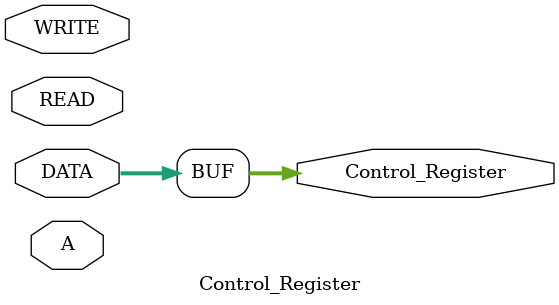
<source format=v>
module Control_Register(A, WRITE , READ, DATA, Control_Register);

input [1:0]A;
input WRITE,READ;
input [7:0]DATA;
output reg[7:0] Control_Register;
always @ (A == 3 && READ && ~WRITE)
begin
Control_Register = DATA; 
end

endmodule

</source>
